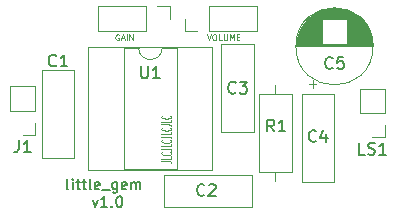
<source format=gbr>
G04 #@! TF.GenerationSoftware,KiCad,Pcbnew,5.1.6*
G04 #@! TF.CreationDate,2020-08-02T20:42:37+02:00*
G04 #@! TF.ProjectId,little_gem,6c697474-6c65-45f6-9765-6d2e6b696361,rev?*
G04 #@! TF.SameCoordinates,Original*
G04 #@! TF.FileFunction,Legend,Top*
G04 #@! TF.FilePolarity,Positive*
%FSLAX46Y46*%
G04 Gerber Fmt 4.6, Leading zero omitted, Abs format (unit mm)*
G04 Created by KiCad (PCBNEW 5.1.6) date 2020-08-02 20:42:37*
%MOMM*%
%LPD*%
G01*
G04 APERTURE LIST*
%ADD10C,0.100000*%
%ADD11C,0.150000*%
%ADD12C,0.120000*%
%ADD13C,0.125000*%
G04 APERTURE END LIST*
D10*
X144734523Y-110447619D02*
X145341666Y-110447619D01*
X145463095Y-110466666D01*
X145544047Y-110504761D01*
X145584523Y-110561904D01*
X145584523Y-110600000D01*
X145584523Y-110066666D02*
X145584523Y-110257142D01*
X144734523Y-110257142D01*
X145503571Y-109704761D02*
X145544047Y-109723809D01*
X145584523Y-109780952D01*
X145584523Y-109819047D01*
X145544047Y-109876190D01*
X145463095Y-109914285D01*
X145382142Y-109933333D01*
X145220238Y-109952380D01*
X145098809Y-109952380D01*
X144936904Y-109933333D01*
X144855952Y-109914285D01*
X144775000Y-109876190D01*
X144734523Y-109819047D01*
X144734523Y-109780952D01*
X144775000Y-109723809D01*
X144815476Y-109704761D01*
X144734523Y-109419047D02*
X145341666Y-109419047D01*
X145463095Y-109438095D01*
X145544047Y-109476190D01*
X145584523Y-109533333D01*
X145584523Y-109571428D01*
X145584523Y-109038095D02*
X145584523Y-109228571D01*
X144734523Y-109228571D01*
X145503571Y-108676190D02*
X145544047Y-108695238D01*
X145584523Y-108752380D01*
X145584523Y-108790476D01*
X145544047Y-108847619D01*
X145463095Y-108885714D01*
X145382142Y-108904761D01*
X145220238Y-108923809D01*
X145098809Y-108923809D01*
X144936904Y-108904761D01*
X144855952Y-108885714D01*
X144775000Y-108847619D01*
X144734523Y-108790476D01*
X144734523Y-108752380D01*
X144775000Y-108695238D01*
X144815476Y-108676190D01*
X144734523Y-108390476D02*
X145341666Y-108390476D01*
X145463095Y-108409523D01*
X145544047Y-108447619D01*
X145584523Y-108504761D01*
X145584523Y-108542857D01*
X145584523Y-108009523D02*
X145584523Y-108200000D01*
X144734523Y-108200000D01*
X145503571Y-107647619D02*
X145544047Y-107666666D01*
X145584523Y-107723809D01*
X145584523Y-107761904D01*
X145544047Y-107819047D01*
X145463095Y-107857142D01*
X145382142Y-107876190D01*
X145220238Y-107895238D01*
X145098809Y-107895238D01*
X144936904Y-107876190D01*
X144855952Y-107857142D01*
X144775000Y-107819047D01*
X144734523Y-107761904D01*
X144734523Y-107723809D01*
X144775000Y-107666666D01*
X144815476Y-107647619D01*
X144734523Y-107361904D02*
X145341666Y-107361904D01*
X145463095Y-107380952D01*
X145544047Y-107419047D01*
X145584523Y-107476190D01*
X145584523Y-107514285D01*
X145584523Y-106980952D02*
X145584523Y-107171428D01*
X144734523Y-107171428D01*
X145503571Y-106619047D02*
X145544047Y-106638095D01*
X145584523Y-106695238D01*
X145584523Y-106733333D01*
X145544047Y-106790476D01*
X145463095Y-106828571D01*
X145382142Y-106847619D01*
X145220238Y-106866666D01*
X145098809Y-106866666D01*
X144936904Y-106847619D01*
X144855952Y-106828571D01*
X144775000Y-106790476D01*
X144734523Y-106733333D01*
X144734523Y-106695238D01*
X144775000Y-106638095D01*
X144815476Y-106619047D01*
D11*
X136878571Y-112857142D02*
X136792857Y-112814285D01*
X136750000Y-112728571D01*
X136750000Y-111957142D01*
X137221428Y-112857142D02*
X137221428Y-112257142D01*
X137221428Y-111957142D02*
X137178571Y-112000000D01*
X137221428Y-112042857D01*
X137264285Y-112000000D01*
X137221428Y-111957142D01*
X137221428Y-112042857D01*
X137521428Y-112257142D02*
X137864285Y-112257142D01*
X137650000Y-111957142D02*
X137650000Y-112728571D01*
X137692857Y-112814285D01*
X137778571Y-112857142D01*
X137864285Y-112857142D01*
X138035714Y-112257142D02*
X138378571Y-112257142D01*
X138164285Y-111957142D02*
X138164285Y-112728571D01*
X138207142Y-112814285D01*
X138292857Y-112857142D01*
X138378571Y-112857142D01*
X138807142Y-112857142D02*
X138721428Y-112814285D01*
X138678571Y-112728571D01*
X138678571Y-111957142D01*
X139492857Y-112814285D02*
X139407142Y-112857142D01*
X139235714Y-112857142D01*
X139150000Y-112814285D01*
X139107142Y-112728571D01*
X139107142Y-112385714D01*
X139150000Y-112300000D01*
X139235714Y-112257142D01*
X139407142Y-112257142D01*
X139492857Y-112300000D01*
X139535714Y-112385714D01*
X139535714Y-112471428D01*
X139107142Y-112557142D01*
X139707142Y-112942857D02*
X140392857Y-112942857D01*
X140992857Y-112257142D02*
X140992857Y-112985714D01*
X140950000Y-113071428D01*
X140907142Y-113114285D01*
X140821428Y-113157142D01*
X140692857Y-113157142D01*
X140607142Y-113114285D01*
X140992857Y-112814285D02*
X140907142Y-112857142D01*
X140735714Y-112857142D01*
X140650000Y-112814285D01*
X140607142Y-112771428D01*
X140564285Y-112685714D01*
X140564285Y-112428571D01*
X140607142Y-112342857D01*
X140650000Y-112300000D01*
X140735714Y-112257142D01*
X140907142Y-112257142D01*
X140992857Y-112300000D01*
X141764285Y-112814285D02*
X141678571Y-112857142D01*
X141507142Y-112857142D01*
X141421428Y-112814285D01*
X141378571Y-112728571D01*
X141378571Y-112385714D01*
X141421428Y-112300000D01*
X141507142Y-112257142D01*
X141678571Y-112257142D01*
X141764285Y-112300000D01*
X141807142Y-112385714D01*
X141807142Y-112471428D01*
X141378571Y-112557142D01*
X142192857Y-112857142D02*
X142192857Y-112257142D01*
X142192857Y-112342857D02*
X142235714Y-112300000D01*
X142321428Y-112257142D01*
X142450000Y-112257142D01*
X142535714Y-112300000D01*
X142578571Y-112385714D01*
X142578571Y-112857142D01*
X142578571Y-112385714D02*
X142621428Y-112300000D01*
X142707142Y-112257142D01*
X142835714Y-112257142D01*
X142921428Y-112300000D01*
X142964285Y-112385714D01*
X142964285Y-112857142D01*
X138914285Y-113757142D02*
X139128571Y-114357142D01*
X139342857Y-113757142D01*
X140157142Y-114357142D02*
X139642857Y-114357142D01*
X139900000Y-114357142D02*
X139900000Y-113457142D01*
X139814285Y-113585714D01*
X139728571Y-113671428D01*
X139642857Y-113714285D01*
X140542857Y-114271428D02*
X140585714Y-114314285D01*
X140542857Y-114357142D01*
X140500000Y-114314285D01*
X140542857Y-114271428D01*
X140542857Y-114357142D01*
X141142857Y-113457142D02*
X141228571Y-113457142D01*
X141314285Y-113500000D01*
X141357142Y-113542857D01*
X141400000Y-113628571D01*
X141442857Y-113800000D01*
X141442857Y-114014285D01*
X141400000Y-114185714D01*
X141357142Y-114271428D01*
X141314285Y-114314285D01*
X141228571Y-114357142D01*
X141142857Y-114357142D01*
X141057142Y-114314285D01*
X141014285Y-114271428D01*
X140971428Y-114185714D01*
X140928571Y-114014285D01*
X140928571Y-113800000D01*
X140971428Y-113628571D01*
X141014285Y-113542857D01*
X141057142Y-113500000D01*
X141142857Y-113457142D01*
D12*
X157246000Y-103935241D02*
X157876000Y-103935241D01*
X157561000Y-104250241D02*
X157561000Y-103620241D01*
X158998000Y-97509000D02*
X159802000Y-97509000D01*
X158767000Y-97549000D02*
X160033000Y-97549000D01*
X158598000Y-97589000D02*
X160202000Y-97589000D01*
X158460000Y-97629000D02*
X160340000Y-97629000D01*
X158341000Y-97669000D02*
X160459000Y-97669000D01*
X158235000Y-97709000D02*
X160565000Y-97709000D01*
X158138000Y-97749000D02*
X160662000Y-97749000D01*
X158050000Y-97789000D02*
X160750000Y-97789000D01*
X157968000Y-97829000D02*
X160832000Y-97829000D01*
X157891000Y-97869000D02*
X160909000Y-97869000D01*
X157819000Y-97909000D02*
X160981000Y-97909000D01*
X157750000Y-97949000D02*
X161050000Y-97949000D01*
X157686000Y-97989000D02*
X161114000Y-97989000D01*
X157624000Y-98029000D02*
X161176000Y-98029000D01*
X157566000Y-98069000D02*
X161234000Y-98069000D01*
X157510000Y-98109000D02*
X161290000Y-98109000D01*
X157456000Y-98149000D02*
X161344000Y-98149000D01*
X157405000Y-98189000D02*
X161395000Y-98189000D01*
X157356000Y-98229000D02*
X161444000Y-98229000D01*
X157308000Y-98269000D02*
X161492000Y-98269000D01*
X157263000Y-98309000D02*
X161537000Y-98309000D01*
X157218000Y-98349000D02*
X161582000Y-98349000D01*
X157176000Y-98389000D02*
X161624000Y-98389000D01*
X157135000Y-98429000D02*
X161665000Y-98429000D01*
X160440000Y-98469000D02*
X161705000Y-98469000D01*
X157095000Y-98469000D02*
X158360000Y-98469000D01*
X160440000Y-98509000D02*
X161743000Y-98509000D01*
X157057000Y-98509000D02*
X158360000Y-98509000D01*
X160440000Y-98549000D02*
X161780000Y-98549000D01*
X157020000Y-98549000D02*
X158360000Y-98549000D01*
X160440000Y-98589000D02*
X161816000Y-98589000D01*
X156984000Y-98589000D02*
X158360000Y-98589000D01*
X160440000Y-98629000D02*
X161850000Y-98629000D01*
X156950000Y-98629000D02*
X158360000Y-98629000D01*
X160440000Y-98669000D02*
X161884000Y-98669000D01*
X156916000Y-98669000D02*
X158360000Y-98669000D01*
X160440000Y-98709000D02*
X161916000Y-98709000D01*
X156884000Y-98709000D02*
X158360000Y-98709000D01*
X160440000Y-98749000D02*
X161948000Y-98749000D01*
X156852000Y-98749000D02*
X158360000Y-98749000D01*
X160440000Y-98789000D02*
X161978000Y-98789000D01*
X156822000Y-98789000D02*
X158360000Y-98789000D01*
X160440000Y-98829000D02*
X162007000Y-98829000D01*
X156793000Y-98829000D02*
X158360000Y-98829000D01*
X160440000Y-98869000D02*
X162036000Y-98869000D01*
X156764000Y-98869000D02*
X158360000Y-98869000D01*
X160440000Y-98909000D02*
X162064000Y-98909000D01*
X156736000Y-98909000D02*
X158360000Y-98909000D01*
X160440000Y-98949000D02*
X162090000Y-98949000D01*
X156710000Y-98949000D02*
X158360000Y-98949000D01*
X160440000Y-98989000D02*
X162116000Y-98989000D01*
X156684000Y-98989000D02*
X158360000Y-98989000D01*
X160440000Y-99029000D02*
X162142000Y-99029000D01*
X156658000Y-99029000D02*
X158360000Y-99029000D01*
X160440000Y-99069000D02*
X162166000Y-99069000D01*
X156634000Y-99069000D02*
X158360000Y-99069000D01*
X160440000Y-99109000D02*
X162190000Y-99109000D01*
X156610000Y-99109000D02*
X158360000Y-99109000D01*
X160440000Y-99149000D02*
X162212000Y-99149000D01*
X156588000Y-99149000D02*
X158360000Y-99149000D01*
X160440000Y-99189000D02*
X162234000Y-99189000D01*
X156566000Y-99189000D02*
X158360000Y-99189000D01*
X160440000Y-99229000D02*
X162256000Y-99229000D01*
X156544000Y-99229000D02*
X158360000Y-99229000D01*
X160440000Y-99269000D02*
X162276000Y-99269000D01*
X156524000Y-99269000D02*
X158360000Y-99269000D01*
X160440000Y-99309000D02*
X162296000Y-99309000D01*
X156504000Y-99309000D02*
X158360000Y-99309000D01*
X160440000Y-99349000D02*
X162316000Y-99349000D01*
X156484000Y-99349000D02*
X158360000Y-99349000D01*
X160440000Y-99389000D02*
X162334000Y-99389000D01*
X156466000Y-99389000D02*
X158360000Y-99389000D01*
X160440000Y-99429000D02*
X162352000Y-99429000D01*
X156448000Y-99429000D02*
X158360000Y-99429000D01*
X160440000Y-99469000D02*
X162370000Y-99469000D01*
X156430000Y-99469000D02*
X158360000Y-99469000D01*
X160440000Y-99509000D02*
X162386000Y-99509000D01*
X156414000Y-99509000D02*
X158360000Y-99509000D01*
X160440000Y-99549000D02*
X162402000Y-99549000D01*
X156398000Y-99549000D02*
X158360000Y-99549000D01*
X160440000Y-99589000D02*
X162418000Y-99589000D01*
X156382000Y-99589000D02*
X158360000Y-99589000D01*
X160440000Y-99629000D02*
X162433000Y-99629000D01*
X156367000Y-99629000D02*
X158360000Y-99629000D01*
X160440000Y-99669000D02*
X162447000Y-99669000D01*
X156353000Y-99669000D02*
X158360000Y-99669000D01*
X160440000Y-99709000D02*
X162461000Y-99709000D01*
X156339000Y-99709000D02*
X158360000Y-99709000D01*
X160440000Y-99749000D02*
X162474000Y-99749000D01*
X156326000Y-99749000D02*
X158360000Y-99749000D01*
X160440000Y-99789000D02*
X162486000Y-99789000D01*
X156314000Y-99789000D02*
X158360000Y-99789000D01*
X160440000Y-99829000D02*
X162498000Y-99829000D01*
X156302000Y-99829000D02*
X158360000Y-99829000D01*
X160440000Y-99869000D02*
X162510000Y-99869000D01*
X156290000Y-99869000D02*
X158360000Y-99869000D01*
X160440000Y-99909000D02*
X162521000Y-99909000D01*
X156279000Y-99909000D02*
X158360000Y-99909000D01*
X160440000Y-99949000D02*
X162531000Y-99949000D01*
X156269000Y-99949000D02*
X158360000Y-99949000D01*
X160440000Y-99989000D02*
X162541000Y-99989000D01*
X156259000Y-99989000D02*
X158360000Y-99989000D01*
X160440000Y-100029000D02*
X162550000Y-100029000D01*
X156250000Y-100029000D02*
X158360000Y-100029000D01*
X160440000Y-100070000D02*
X162559000Y-100070000D01*
X156241000Y-100070000D02*
X158360000Y-100070000D01*
X160440000Y-100110000D02*
X162567000Y-100110000D01*
X156233000Y-100110000D02*
X158360000Y-100110000D01*
X160440000Y-100150000D02*
X162575000Y-100150000D01*
X156225000Y-100150000D02*
X158360000Y-100150000D01*
X160440000Y-100190000D02*
X162582000Y-100190000D01*
X156218000Y-100190000D02*
X158360000Y-100190000D01*
X160440000Y-100230000D02*
X162589000Y-100230000D01*
X156211000Y-100230000D02*
X158360000Y-100230000D01*
X160440000Y-100270000D02*
X162595000Y-100270000D01*
X156205000Y-100270000D02*
X158360000Y-100270000D01*
X160440000Y-100310000D02*
X162601000Y-100310000D01*
X156199000Y-100310000D02*
X158360000Y-100310000D01*
X160440000Y-100350000D02*
X162606000Y-100350000D01*
X156194000Y-100350000D02*
X158360000Y-100350000D01*
X160440000Y-100390000D02*
X162611000Y-100390000D01*
X156189000Y-100390000D02*
X158360000Y-100390000D01*
X160440000Y-100430000D02*
X162615000Y-100430000D01*
X156185000Y-100430000D02*
X158360000Y-100430000D01*
X160440000Y-100470000D02*
X162618000Y-100470000D01*
X156182000Y-100470000D02*
X158360000Y-100470000D01*
X160440000Y-100510000D02*
X162622000Y-100510000D01*
X156178000Y-100510000D02*
X158360000Y-100510000D01*
X156176000Y-100550000D02*
X162624000Y-100550000D01*
X156173000Y-100590000D02*
X162627000Y-100590000D01*
X156172000Y-100630000D02*
X162628000Y-100630000D01*
X156170000Y-100670000D02*
X162630000Y-100670000D01*
X156170000Y-100710000D02*
X162630000Y-100710000D01*
X156170000Y-100750000D02*
X162630000Y-100750000D01*
X162670000Y-100750000D02*
G75*
G03*
X162670000Y-100750000I-3270000J0D01*
G01*
X152860000Y-99460000D02*
X152860000Y-97340000D01*
X148800000Y-99460000D02*
X152860000Y-99460000D01*
X148800000Y-97340000D02*
X152860000Y-97340000D01*
X148800000Y-99460000D02*
X148800000Y-97340000D01*
X147800000Y-99460000D02*
X146740000Y-99460000D01*
X146740000Y-99460000D02*
X146740000Y-98400000D01*
X163660000Y-108460000D02*
X162600000Y-108460000D01*
X163660000Y-107400000D02*
X163660000Y-108460000D01*
X163660000Y-106400000D02*
X161540000Y-106400000D01*
X161540000Y-106400000D02*
X161540000Y-104340000D01*
X163660000Y-106400000D02*
X163660000Y-104340000D01*
X163660000Y-104340000D02*
X161540000Y-104340000D01*
X137370000Y-110220000D02*
X134630000Y-110220000D01*
X137370000Y-102780000D02*
X134630000Y-102780000D01*
X134630000Y-102780000D02*
X134630000Y-110220000D01*
X137370000Y-102780000D02*
X137370000Y-110220000D01*
X152420000Y-114370000D02*
X144980000Y-114370000D01*
X152420000Y-111630000D02*
X144980000Y-111630000D01*
X152420000Y-114370000D02*
X152420000Y-111630000D01*
X144980000Y-114370000D02*
X144980000Y-111630000D01*
X149830000Y-100580000D02*
X152570000Y-100580000D01*
X149830000Y-108020000D02*
X152570000Y-108020000D01*
X152570000Y-108020000D02*
X152570000Y-100580000D01*
X149830000Y-108020000D02*
X149830000Y-100580000D01*
X156630000Y-112220000D02*
X156630000Y-104780000D01*
X159370000Y-112220000D02*
X159370000Y-104780000D01*
X156630000Y-112220000D02*
X159370000Y-112220000D01*
X156630000Y-104780000D02*
X159370000Y-104780000D01*
X154400000Y-112120000D02*
X154400000Y-111350000D01*
X154400000Y-104040000D02*
X154400000Y-104810000D01*
X155770000Y-111350000D02*
X155770000Y-104810000D01*
X153030000Y-111350000D02*
X155770000Y-111350000D01*
X153030000Y-104810000D02*
X153030000Y-111350000D01*
X155770000Y-104810000D02*
X153030000Y-104810000D01*
X149065001Y-100805001D02*
X138565001Y-100805001D01*
X149065001Y-111205001D02*
X149065001Y-100805001D01*
X138565001Y-111205001D02*
X149065001Y-111205001D01*
X138565001Y-100805001D02*
X138565001Y-111205001D01*
X146065001Y-100865001D02*
X144815001Y-100865001D01*
X146065001Y-111145001D02*
X146065001Y-100865001D01*
X141565001Y-111145001D02*
X146065001Y-111145001D01*
X141565001Y-100865001D02*
X141565001Y-111145001D01*
X142815001Y-100865001D02*
X141565001Y-100865001D01*
X144815001Y-100865001D02*
G75*
G02*
X142815001Y-100865001I-1000000J0D01*
G01*
X145460000Y-97340000D02*
X145460000Y-98400000D01*
X144400000Y-97340000D02*
X145460000Y-97340000D01*
X143400000Y-97340000D02*
X143400000Y-99460000D01*
X143400000Y-99460000D02*
X139340000Y-99460000D01*
X143400000Y-97340000D02*
X139340000Y-97340000D01*
X139340000Y-97340000D02*
X139340000Y-99460000D01*
X134060000Y-108260000D02*
X133000000Y-108260000D01*
X134060000Y-107200000D02*
X134060000Y-108260000D01*
X134060000Y-106200000D02*
X131940000Y-106200000D01*
X131940000Y-106200000D02*
X131940000Y-104140000D01*
X134060000Y-106200000D02*
X134060000Y-104140000D01*
X134060000Y-104140000D02*
X131940000Y-104140000D01*
D11*
X159233333Y-102557142D02*
X159185714Y-102604761D01*
X159042857Y-102652380D01*
X158947619Y-102652380D01*
X158804761Y-102604761D01*
X158709523Y-102509523D01*
X158661904Y-102414285D01*
X158614285Y-102223809D01*
X158614285Y-102080952D01*
X158661904Y-101890476D01*
X158709523Y-101795238D01*
X158804761Y-101700000D01*
X158947619Y-101652380D01*
X159042857Y-101652380D01*
X159185714Y-101700000D01*
X159233333Y-101747619D01*
X160138095Y-101652380D02*
X159661904Y-101652380D01*
X159614285Y-102128571D01*
X159661904Y-102080952D01*
X159757142Y-102033333D01*
X159995238Y-102033333D01*
X160090476Y-102080952D01*
X160138095Y-102128571D01*
X160185714Y-102223809D01*
X160185714Y-102461904D01*
X160138095Y-102557142D01*
X160090476Y-102604761D01*
X159995238Y-102652380D01*
X159757142Y-102652380D01*
X159661904Y-102604761D01*
X159614285Y-102557142D01*
D13*
X148595238Y-99726190D02*
X148761904Y-100226190D01*
X148928571Y-99726190D01*
X149190476Y-99726190D02*
X149285714Y-99726190D01*
X149333333Y-99750000D01*
X149380952Y-99797619D01*
X149404761Y-99892857D01*
X149404761Y-100059523D01*
X149380952Y-100154761D01*
X149333333Y-100202380D01*
X149285714Y-100226190D01*
X149190476Y-100226190D01*
X149142857Y-100202380D01*
X149095238Y-100154761D01*
X149071428Y-100059523D01*
X149071428Y-99892857D01*
X149095238Y-99797619D01*
X149142857Y-99750000D01*
X149190476Y-99726190D01*
X149857142Y-100226190D02*
X149619047Y-100226190D01*
X149619047Y-99726190D01*
X150023809Y-99726190D02*
X150023809Y-100130952D01*
X150047619Y-100178571D01*
X150071428Y-100202380D01*
X150119047Y-100226190D01*
X150214285Y-100226190D01*
X150261904Y-100202380D01*
X150285714Y-100178571D01*
X150309523Y-100130952D01*
X150309523Y-99726190D01*
X150547619Y-100226190D02*
X150547619Y-99726190D01*
X150714285Y-100083333D01*
X150880952Y-99726190D01*
X150880952Y-100226190D01*
X151119047Y-99964285D02*
X151285714Y-99964285D01*
X151357142Y-100226190D02*
X151119047Y-100226190D01*
X151119047Y-99726190D01*
X151357142Y-99726190D01*
D11*
X161957142Y-109912380D02*
X161480952Y-109912380D01*
X161480952Y-108912380D01*
X162242857Y-109864761D02*
X162385714Y-109912380D01*
X162623809Y-109912380D01*
X162719047Y-109864761D01*
X162766666Y-109817142D01*
X162814285Y-109721904D01*
X162814285Y-109626666D01*
X162766666Y-109531428D01*
X162719047Y-109483809D01*
X162623809Y-109436190D01*
X162433333Y-109388571D01*
X162338095Y-109340952D01*
X162290476Y-109293333D01*
X162242857Y-109198095D01*
X162242857Y-109102857D01*
X162290476Y-109007619D01*
X162338095Y-108960000D01*
X162433333Y-108912380D01*
X162671428Y-108912380D01*
X162814285Y-108960000D01*
X163766666Y-109912380D02*
X163195238Y-109912380D01*
X163480952Y-109912380D02*
X163480952Y-108912380D01*
X163385714Y-109055238D01*
X163290476Y-109150476D01*
X163195238Y-109198095D01*
X135833333Y-102357142D02*
X135785714Y-102404761D01*
X135642857Y-102452380D01*
X135547619Y-102452380D01*
X135404761Y-102404761D01*
X135309523Y-102309523D01*
X135261904Y-102214285D01*
X135214285Y-102023809D01*
X135214285Y-101880952D01*
X135261904Y-101690476D01*
X135309523Y-101595238D01*
X135404761Y-101500000D01*
X135547619Y-101452380D01*
X135642857Y-101452380D01*
X135785714Y-101500000D01*
X135833333Y-101547619D01*
X136785714Y-102452380D02*
X136214285Y-102452380D01*
X136500000Y-102452380D02*
X136500000Y-101452380D01*
X136404761Y-101595238D01*
X136309523Y-101690476D01*
X136214285Y-101738095D01*
X148383333Y-113327142D02*
X148335714Y-113374761D01*
X148192857Y-113422380D01*
X148097619Y-113422380D01*
X147954761Y-113374761D01*
X147859523Y-113279523D01*
X147811904Y-113184285D01*
X147764285Y-112993809D01*
X147764285Y-112850952D01*
X147811904Y-112660476D01*
X147859523Y-112565238D01*
X147954761Y-112470000D01*
X148097619Y-112422380D01*
X148192857Y-112422380D01*
X148335714Y-112470000D01*
X148383333Y-112517619D01*
X148764285Y-112517619D02*
X148811904Y-112470000D01*
X148907142Y-112422380D01*
X149145238Y-112422380D01*
X149240476Y-112470000D01*
X149288095Y-112517619D01*
X149335714Y-112612857D01*
X149335714Y-112708095D01*
X149288095Y-112850952D01*
X148716666Y-113422380D01*
X149335714Y-113422380D01*
X151033333Y-104657142D02*
X150985714Y-104704761D01*
X150842857Y-104752380D01*
X150747619Y-104752380D01*
X150604761Y-104704761D01*
X150509523Y-104609523D01*
X150461904Y-104514285D01*
X150414285Y-104323809D01*
X150414285Y-104180952D01*
X150461904Y-103990476D01*
X150509523Y-103895238D01*
X150604761Y-103800000D01*
X150747619Y-103752380D01*
X150842857Y-103752380D01*
X150985714Y-103800000D01*
X151033333Y-103847619D01*
X151366666Y-103752380D02*
X151985714Y-103752380D01*
X151652380Y-104133333D01*
X151795238Y-104133333D01*
X151890476Y-104180952D01*
X151938095Y-104228571D01*
X151985714Y-104323809D01*
X151985714Y-104561904D01*
X151938095Y-104657142D01*
X151890476Y-104704761D01*
X151795238Y-104752380D01*
X151509523Y-104752380D01*
X151414285Y-104704761D01*
X151366666Y-104657142D01*
X157833333Y-108757142D02*
X157785714Y-108804761D01*
X157642857Y-108852380D01*
X157547619Y-108852380D01*
X157404761Y-108804761D01*
X157309523Y-108709523D01*
X157261904Y-108614285D01*
X157214285Y-108423809D01*
X157214285Y-108280952D01*
X157261904Y-108090476D01*
X157309523Y-107995238D01*
X157404761Y-107900000D01*
X157547619Y-107852380D01*
X157642857Y-107852380D01*
X157785714Y-107900000D01*
X157833333Y-107947619D01*
X158690476Y-108185714D02*
X158690476Y-108852380D01*
X158452380Y-107804761D02*
X158214285Y-108519047D01*
X158833333Y-108519047D01*
X154293333Y-107952380D02*
X153960000Y-107476190D01*
X153721904Y-107952380D02*
X153721904Y-106952380D01*
X154102857Y-106952380D01*
X154198095Y-107000000D01*
X154245714Y-107047619D01*
X154293333Y-107142857D01*
X154293333Y-107285714D01*
X154245714Y-107380952D01*
X154198095Y-107428571D01*
X154102857Y-107476190D01*
X153721904Y-107476190D01*
X155245714Y-107952380D02*
X154674285Y-107952380D01*
X154960000Y-107952380D02*
X154960000Y-106952380D01*
X154864761Y-107095238D01*
X154769523Y-107190476D01*
X154674285Y-107238095D01*
X143038095Y-102452380D02*
X143038095Y-103261904D01*
X143085714Y-103357142D01*
X143133333Y-103404761D01*
X143228571Y-103452380D01*
X143419047Y-103452380D01*
X143514285Y-103404761D01*
X143561904Y-103357142D01*
X143609523Y-103261904D01*
X143609523Y-102452380D01*
X144609523Y-103452380D02*
X144038095Y-103452380D01*
X144323809Y-103452380D02*
X144323809Y-102452380D01*
X144228571Y-102595238D01*
X144133333Y-102690476D01*
X144038095Y-102738095D01*
D13*
X141135714Y-99750000D02*
X141088095Y-99726190D01*
X141016666Y-99726190D01*
X140945238Y-99750000D01*
X140897619Y-99797619D01*
X140873809Y-99845238D01*
X140850000Y-99940476D01*
X140850000Y-100011904D01*
X140873809Y-100107142D01*
X140897619Y-100154761D01*
X140945238Y-100202380D01*
X141016666Y-100226190D01*
X141064285Y-100226190D01*
X141135714Y-100202380D01*
X141159523Y-100178571D01*
X141159523Y-100011904D01*
X141064285Y-100011904D01*
X141350000Y-100083333D02*
X141588095Y-100083333D01*
X141302380Y-100226190D02*
X141469047Y-99726190D01*
X141635714Y-100226190D01*
X141802380Y-100226190D02*
X141802380Y-99726190D01*
X142040476Y-100226190D02*
X142040476Y-99726190D01*
X142326190Y-100226190D01*
X142326190Y-99726190D01*
D11*
X132666666Y-108712380D02*
X132666666Y-109426666D01*
X132619047Y-109569523D01*
X132523809Y-109664761D01*
X132380952Y-109712380D01*
X132285714Y-109712380D01*
X133666666Y-109712380D02*
X133095238Y-109712380D01*
X133380952Y-109712380D02*
X133380952Y-108712380D01*
X133285714Y-108855238D01*
X133190476Y-108950476D01*
X133095238Y-108998095D01*
M02*

</source>
